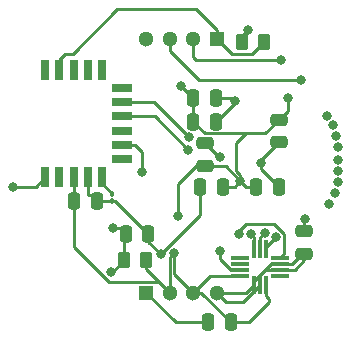
<source format=gbr>
G04 #@! TF.GenerationSoftware,KiCad,Pcbnew,7.0.8*
G04 #@! TF.CreationDate,2023-10-23T16:08:40-04:00*
G04 #@! TF.ProjectId,MCU+IMU,4d43552b-494d-4552-9e6b-696361645f70,rev?*
G04 #@! TF.SameCoordinates,Original*
G04 #@! TF.FileFunction,Copper,L2,Bot*
G04 #@! TF.FilePolarity,Positive*
%FSLAX46Y46*%
G04 Gerber Fmt 4.6, Leading zero omitted, Abs format (unit mm)*
G04 Created by KiCad (PCBNEW 7.0.8) date 2023-10-23 16:08:40*
%MOMM*%
%LPD*%
G01*
G04 APERTURE LIST*
G04 Aperture macros list*
%AMRoundRect*
0 Rectangle with rounded corners*
0 $1 Rounding radius*
0 $2 $3 $4 $5 $6 $7 $8 $9 X,Y pos of 4 corners*
0 Add a 4 corners polygon primitive as box body*
4,1,4,$2,$3,$4,$5,$6,$7,$8,$9,$2,$3,0*
0 Add four circle primitives for the rounded corners*
1,1,$1+$1,$2,$3*
1,1,$1+$1,$4,$5*
1,1,$1+$1,$6,$7*
1,1,$1+$1,$8,$9*
0 Add four rect primitives between the rounded corners*
20,1,$1+$1,$2,$3,$4,$5,0*
20,1,$1+$1,$4,$5,$6,$7,0*
20,1,$1+$1,$6,$7,$8,$9,0*
20,1,$1+$1,$8,$9,$2,$3,0*%
G04 Aperture macros list end*
G04 #@! TA.AperFunction,ComponentPad*
%ADD10C,1.300000*%
G04 #@! TD*
G04 #@! TA.AperFunction,ComponentPad*
%ADD11R,1.300000X1.300000*%
G04 #@! TD*
G04 #@! TA.AperFunction,SMDPad,CuDef*
%ADD12RoundRect,0.250000X-0.250000X-0.475000X0.250000X-0.475000X0.250000X0.475000X-0.250000X0.475000X0*%
G04 #@! TD*
G04 #@! TA.AperFunction,SMDPad,CuDef*
%ADD13RoundRect,0.100000X0.100000X-0.130000X0.100000X0.130000X-0.100000X0.130000X-0.100000X-0.130000X0*%
G04 #@! TD*
G04 #@! TA.AperFunction,SMDPad,CuDef*
%ADD14RoundRect,0.250000X-0.475000X0.250000X-0.475000X-0.250000X0.475000X-0.250000X0.475000X0.250000X0*%
G04 #@! TD*
G04 #@! TA.AperFunction,SMDPad,CuDef*
%ADD15R,1.533400X0.305480*%
G04 #@! TD*
G04 #@! TA.AperFunction,SMDPad,CuDef*
%ADD16R,1.533400X0.304800*%
G04 #@! TD*
G04 #@! TA.AperFunction,SMDPad,CuDef*
%ADD17R,0.350480X1.533400*%
G04 #@! TD*
G04 #@! TA.AperFunction,SMDPad,CuDef*
%ADD18R,1.533400X0.305048*%
G04 #@! TD*
G04 #@! TA.AperFunction,SMDPad,CuDef*
%ADD19R,0.305048X1.533400*%
G04 #@! TD*
G04 #@! TA.AperFunction,SMDPad,CuDef*
%ADD20RoundRect,0.250000X0.262500X0.450000X-0.262500X0.450000X-0.262500X-0.450000X0.262500X-0.450000X0*%
G04 #@! TD*
G04 #@! TA.AperFunction,SMDPad,CuDef*
%ADD21RoundRect,0.250000X0.475000X-0.250000X0.475000X0.250000X-0.475000X0.250000X-0.475000X-0.250000X0*%
G04 #@! TD*
G04 #@! TA.AperFunction,SMDPad,CuDef*
%ADD22RoundRect,0.250000X0.250000X0.475000X-0.250000X0.475000X-0.250000X-0.475000X0.250000X-0.475000X0*%
G04 #@! TD*
G04 #@! TA.AperFunction,SMDPad,CuDef*
%ADD23R,0.700000X1.800000*%
G04 #@! TD*
G04 #@! TA.AperFunction,SMDPad,CuDef*
%ADD24R,1.800000X0.700000*%
G04 #@! TD*
G04 #@! TA.AperFunction,SMDPad,CuDef*
%ADD25RoundRect,0.250000X-0.262500X-0.450000X0.262500X-0.450000X0.262500X0.450000X-0.262500X0.450000X0*%
G04 #@! TD*
G04 #@! TA.AperFunction,ViaPad*
%ADD26C,0.800000*%
G04 #@! TD*
G04 #@! TA.AperFunction,Conductor*
%ADD27C,0.250000*%
G04 #@! TD*
G04 APERTURE END LIST*
D10*
G04 #@! TO.P,J2,*
G04 #@! TO.N,GND*
X135750000Y-113500000D03*
G04 #@! TO.N,VDD*
X133750000Y-113500000D03*
X131750000Y-113500000D03*
D11*
G04 #@! TO.P,J2,1,Pin_1*
G04 #@! TO.N,GND*
X129750000Y-113500000D03*
G04 #@! TD*
G04 #@! TO.P,J1,1,Pin_1*
G04 #@! TO.N,GND*
X135750000Y-92000000D03*
D10*
G04 #@! TO.P,J1,2,Pin_2*
G04 #@! TO.N,/SWDIO*
X133750000Y-92000000D03*
G04 #@! TO.P,J1,3,Pin_3*
G04 #@! TO.N,/SWCLK*
X131750000Y-92000000D03*
G04 #@! TO.P,J1,4,Pin_4*
G04 #@! TO.N,unconnected-(J1-Pin_4-Pad4)*
X129750000Y-92000000D03*
G04 #@! TD*
D12*
G04 #@! TO.P,C2,1*
G04 #@! TO.N,VDD*
X133750000Y-99000000D03*
G04 #@! TO.P,C2,2*
G04 #@! TO.N,GND*
X135650000Y-99000000D03*
G04 #@! TD*
D13*
G04 #@! TO.P,D1,1,K*
G04 #@! TO.N,GND*
X126910700Y-105735789D03*
G04 #@! TO.P,D1,2,A*
G04 #@! TO.N,Net-(D1-A)*
X126910700Y-105095789D03*
G04 #@! TD*
D14*
G04 #@! TO.P,C8,2*
G04 #@! TO.N,GND*
X143160700Y-110185789D03*
G04 #@! TO.P,C8,1*
G04 #@! TO.N,VDD*
X143160700Y-108285789D03*
G04 #@! TD*
D15*
G04 #@! TO.P,U1,1,SDO/SA0*
G04 #@! TO.N,/I2C_SA0*
X141091800Y-110537700D03*
G04 #@! TO.P,U1,2,SDx/AH1/QVAR1*
G04 #@! TO.N,GND*
X141091800Y-111037826D03*
G04 #@! TO.P,U1,3,SCx/AH2/QVAR2*
X141091800Y-111537952D03*
D16*
G04 #@! TO.P,U1,4,INT1*
G04 #@! TO.N,unconnected-(U1-INT1-Pad4)*
X141091800Y-112038078D03*
D17*
G04 #@! TO.P,U1,5,VDD_IO*
G04 #@! TO.N,VDD*
X139910826Y-112814989D03*
G04 #@! TO.P,U1,6,GND*
G04 #@! TO.N,GND*
X139410700Y-112814989D03*
G04 #@! TO.P,U1,7,GND*
X138910574Y-112814989D03*
D18*
G04 #@! TO.P,U1,8,VDD*
G04 #@! TO.N,VDD*
X137729600Y-112038078D03*
G04 #@! TO.P,U1,9,INT2*
G04 #@! TO.N,unconnected-(U1-INT2-Pad9)*
X137729600Y-111537952D03*
G04 #@! TO.P,U1,10,OCS_AUX*
G04 #@! TO.N,unconnected-(U1-OCS_AUX-Pad10)*
X137729600Y-111037826D03*
G04 #@! TO.P,U1,11,SDO_AUX*
G04 #@! TO.N,unconnected-(U1-SDO_AUX-Pad11)*
X137729600Y-110537700D03*
D19*
G04 #@! TO.P,U1,12,CS*
G04 #@! TO.N,/IMU Comm En*
X138910574Y-109760789D03*
G04 #@! TO.P,U1,13,SCL*
G04 #@! TO.N,/I2C2_SCL*
X139410700Y-109760789D03*
G04 #@! TO.P,U1,14,SDA*
G04 #@! TO.N,/I2C2_SDA*
X139910826Y-109760789D03*
G04 #@! TD*
D20*
G04 #@! TO.P,R1,1*
G04 #@! TO.N,VDD*
X129750000Y-110750000D03*
G04 #@! TO.P,R1,2*
G04 #@! TO.N,/NRST*
X127925000Y-110750000D03*
G04 #@! TD*
D12*
G04 #@! TO.P,C5,2*
G04 #@! TO.N,GND*
X135650000Y-97000000D03*
G04 #@! TO.P,C5,1*
G04 #@! TO.N,VDD*
X133750000Y-97000000D03*
G04 #@! TD*
G04 #@! TO.P,C11,1*
G04 #@! TO.N,VDD*
X123685700Y-105760789D03*
G04 #@! TO.P,C11,2*
G04 #@! TO.N,GND*
X125585700Y-105760789D03*
G04 #@! TD*
D21*
G04 #@! TO.P,C1,1*
G04 #@! TO.N,VDD*
X134750000Y-102750000D03*
G04 #@! TO.P,C1,2*
G04 #@! TO.N,GND*
X134750000Y-100850000D03*
G04 #@! TD*
D12*
G04 #@! TO.P,C9,1*
G04 #@! TO.N,VDD*
X139100000Y-104500000D03*
G04 #@! TO.P,C9,2*
G04 #@! TO.N,GND*
X141000000Y-104500000D03*
G04 #@! TD*
D22*
G04 #@! TO.P,C10,1*
G04 #@! TO.N,VDD*
X136925000Y-116000000D03*
G04 #@! TO.P,C10,2*
G04 #@! TO.N,GND*
X135025000Y-116000000D03*
G04 #@! TD*
D14*
G04 #@! TO.P,C3,1*
G04 #@! TO.N,VDD*
X141000000Y-98850000D03*
G04 #@! TO.P,C3,2*
G04 #@! TO.N,GND*
X141000000Y-100750000D03*
G04 #@! TD*
D23*
G04 #@! TO.P,U3,1,BT_RF*
G04 #@! TO.N,unconnected-(U3-BT_RF-Pad1)*
X121225700Y-94610789D03*
G04 #@! TO.P,U3,2,GND*
G04 #@! TO.N,GND*
X122425700Y-94610789D03*
G04 #@! TO.P,U3,3,P1_2*
G04 #@! TO.N,unconnected-(U3-P1_2-Pad3)*
X123625700Y-94610789D03*
G04 #@! TO.P,U3,4,P1_3*
G04 #@! TO.N,unconnected-(U3-P1_3-Pad4)*
X124825700Y-94610789D03*
G04 #@! TO.P,U3,5,P1_7*
G04 #@! TO.N,unconnected-(U3-P1_7-Pad5)*
X126025700Y-94610789D03*
D24*
G04 #@! TO.P,U3,6,P1_6*
G04 #@! TO.N,unconnected-(U3-P1_6-Pad6)*
X127725700Y-96160789D03*
G04 #@! TO.P,U3,7,UART_RX*
G04 #@! TO.N,/USART1_TX*
X127725700Y-97360789D03*
G04 #@! TO.P,U3,8,UART_TX*
G04 #@! TO.N,/USART1_RX*
X127725700Y-98560789D03*
G04 #@! TO.P,U3,9,P3_6*
G04 #@! TO.N,unconnected-(U3-P3_6-Pad9)*
X127725700Y-99760789D03*
G04 #@! TO.P,U3,10,RST*
G04 #@! TO.N,/NRST*
X127725700Y-100960789D03*
G04 #@! TO.P,U3,11,P0_0*
G04 #@! TO.N,unconnected-(U3-P0_0-Pad11)*
X127725700Y-102160789D03*
D23*
G04 #@! TO.P,U3,12,P0_2*
G04 #@! TO.N,Net-(D1-A)*
X126025700Y-103710789D03*
G04 #@! TO.P,U3,13,GND*
G04 #@! TO.N,GND*
X124825700Y-103710789D03*
G04 #@! TO.P,U3,14,VBAT*
G04 #@! TO.N,VDD*
X123625700Y-103710789D03*
G04 #@! TO.P,U3,15,P2_7*
G04 #@! TO.N,unconnected-(U3-P2_7-Pad15)*
X122375700Y-103710789D03*
G04 #@! TO.P,U3,16,P2_0*
G04 #@! TO.N,unconnected-(U3-P2_0-Pad16)*
X121225700Y-103710789D03*
G04 #@! TD*
D22*
G04 #@! TO.P,C6,1*
G04 #@! TO.N,VDD*
X136250000Y-104500000D03*
G04 #@! TO.P,C6,2*
G04 #@! TO.N,GND*
X134350000Y-104500000D03*
G04 #@! TD*
D12*
G04 #@! TO.P,C4,1*
G04 #@! TO.N,/NRST*
X128025000Y-108500000D03*
G04 #@! TO.P,C4,2*
G04 #@! TO.N,GND*
X129925000Y-108500000D03*
G04 #@! TD*
D25*
G04 #@! TO.P,R2,1*
G04 #@! TO.N,/BOOT0*
X137910700Y-92260789D03*
G04 #@! TO.P,R2,2*
G04 #@! TO.N,GND*
X139735700Y-92260789D03*
G04 #@! TD*
D26*
G04 #@! TO.N,unconnected-(U1-INT2-Pad9)*
X136000000Y-110000000D03*
G04 #@! TO.N,unconnected-(U3-P2_0-Pad16)*
X118500000Y-104500000D03*
G04 #@! TO.N,/PB12*
X145250000Y-106000000D03*
G04 #@! TO.N,/PB13*
X145732370Y-105060011D03*
G04 #@! TO.N,/PB14*
X146000000Y-104149006D03*
G04 #@! TO.N,/PB15*
X146000000Y-103199503D03*
G04 #@! TO.N,/PA8*
X146000000Y-102250000D03*
G04 #@! TO.N,/PA9*
X146039068Y-101166609D03*
G04 #@! TO.N,/PA10*
X145822298Y-100242181D03*
G04 #@! TO.N,/PA11*
X145550690Y-99332355D03*
G04 #@! TO.N,/PA12*
X145052984Y-98523749D03*
G04 #@! TO.N,GND*
X131000000Y-110250000D03*
X137250000Y-97250000D03*
X136000000Y-102000000D03*
X139500000Y-102500000D03*
G04 #@! TO.N,/USART1_RX*
X133311667Y-101390899D03*
G04 #@! TO.N,/USART1_TX*
X133374492Y-100328298D03*
G04 #@! TO.N,VDD*
X132500000Y-107000000D03*
X132750000Y-96000000D03*
X137750000Y-104000000D03*
X143250000Y-107250000D03*
X141750000Y-97000000D03*
X132148056Y-110148056D03*
G04 #@! TO.N,/IMU Comm En*
X138660700Y-108510789D03*
G04 #@! TO.N,/NRST*
X129410700Y-103260789D03*
X127000000Y-108000000D03*
X126750000Y-111750000D03*
G04 #@! TO.N,/I2C2_SCL*
X139801004Y-108395084D03*
G04 #@! TO.N,/I2C2_SDA*
X140720749Y-108786333D03*
G04 #@! TO.N,/I2C_SA0*
X137660700Y-108510789D03*
G04 #@! TO.N,/SWDIO*
X141160700Y-93760789D03*
G04 #@! TO.N,/SWCLK*
X142910700Y-95510789D03*
G04 #@! TO.N,/BOOT0*
X138410700Y-91260789D03*
G04 #@! TD*
D27*
G04 #@! TO.N,unconnected-(U1-INT2-Pad9)*
X136000000Y-110616360D02*
X136000000Y-110000000D01*
X136921592Y-111537952D02*
X136000000Y-110616360D01*
X137729600Y-111537952D02*
X136921592Y-111537952D01*
G04 #@! TO.N,unconnected-(U3-P2_0-Pad16)*
X120436489Y-104500000D02*
X118500000Y-104500000D01*
X121225700Y-103710789D02*
X120436489Y-104500000D01*
G04 #@! TO.N,VDD*
X133750000Y-113500000D02*
X134425000Y-113500000D01*
X134425000Y-113500000D02*
X136925000Y-116000000D01*
G04 #@! TO.N,GND*
X134350000Y-106900000D02*
X131000000Y-110250000D01*
X137250000Y-97400000D02*
X135650000Y-99000000D01*
X126910700Y-105735789D02*
X127160789Y-105735789D01*
X141091800Y-111537952D02*
X142383537Y-111537952D01*
X122425700Y-94810789D02*
X122425700Y-93745789D01*
X142133663Y-111037826D02*
X143160700Y-110010789D01*
X139500000Y-103000000D02*
X139500000Y-102500000D01*
X127321489Y-89500000D02*
X134000000Y-89500000D01*
X126885700Y-105760789D02*
X126910700Y-105735789D01*
X142383537Y-111537952D02*
X143160700Y-110760789D01*
X139500000Y-102500000D02*
X139500000Y-102250000D01*
X138710700Y-93285789D02*
X139735700Y-92260789D01*
X130000000Y-113750000D02*
X129750000Y-113500000D01*
X136000000Y-102000000D02*
X135900000Y-102000000D01*
X123560700Y-93260789D02*
X127321489Y-89500000D01*
X135650000Y-99000000D02*
X135650000Y-98850000D01*
X135900000Y-102000000D02*
X134750000Y-100850000D01*
X135750000Y-113500000D02*
X138225563Y-113500000D01*
X139410700Y-111984265D02*
X140357139Y-111037826D01*
X141091800Y-111037826D02*
X142133663Y-111037826D01*
X139500000Y-102250000D02*
X141000000Y-100750000D01*
X135650000Y-97000000D02*
X137000000Y-97000000D01*
X143160700Y-110760789D02*
X143160700Y-110010789D01*
X122425700Y-93745789D02*
X122910700Y-93260789D01*
X140357139Y-111037826D02*
X141091800Y-111037826D01*
X122910700Y-93260789D02*
X123560700Y-93260789D01*
X139572483Y-111822483D02*
X139410700Y-111984265D01*
X138225563Y-113500000D02*
X138910574Y-112814989D01*
X137975689Y-114250000D02*
X136500000Y-114250000D01*
X134350000Y-104500000D02*
X134350000Y-106900000D01*
X129925000Y-108500000D02*
X129925000Y-109175000D01*
X135750000Y-91250000D02*
X134000000Y-89500000D01*
X136500000Y-114250000D02*
X135750000Y-113500000D01*
X141000000Y-104500000D02*
X139500000Y-103000000D01*
X138910574Y-112814989D02*
X138910574Y-112484392D01*
X135025000Y-116000000D02*
X132250000Y-116000000D01*
X138910574Y-112484392D02*
X139572483Y-111822483D01*
X125000700Y-105175789D02*
X124825700Y-105175789D01*
X129925000Y-109175000D02*
X131000000Y-110250000D01*
X124825700Y-103510789D02*
X124825700Y-105175789D01*
X125410700Y-105760789D02*
X126885700Y-105760789D01*
X137000000Y-97000000D02*
X137250000Y-97250000D01*
X127160789Y-105735789D02*
X129925000Y-108500000D01*
X139857013Y-111537952D02*
X139572483Y-111822483D01*
X125585700Y-105760789D02*
X125000700Y-105175789D01*
X141091800Y-111537952D02*
X139857013Y-111537952D01*
X135900000Y-97250000D02*
X135650000Y-97500000D01*
X135750000Y-92000000D02*
X137035789Y-93285789D01*
X139410700Y-112814989D02*
X139410700Y-111984265D01*
X139410700Y-112814989D02*
X137975689Y-114250000D01*
X135750000Y-92000000D02*
X135750000Y-91250000D01*
X137035789Y-93285789D02*
X138710700Y-93285789D01*
X137250000Y-97250000D02*
X137250000Y-97400000D01*
X129750000Y-113500000D02*
X132250000Y-116000000D01*
G04 #@! TO.N,/USART1_RX*
X127725700Y-98560789D02*
X130481557Y-98560789D01*
X130481557Y-98560789D02*
X133311667Y-101390899D01*
G04 #@! TO.N,/USART1_TX*
X130406983Y-97360789D02*
X133374492Y-100328298D01*
X127725700Y-97360789D02*
X130406983Y-97360789D01*
G04 #@! TO.N,Net-(D1-A)*
X126025700Y-104210789D02*
X126910700Y-105095789D01*
X126025700Y-103510789D02*
X126025700Y-104210789D01*
G04 #@! TO.N,VDD*
X134750000Y-100000000D02*
X138250000Y-100000000D01*
X139850000Y-100000000D02*
X141000000Y-98850000D01*
X141750000Y-98100000D02*
X141000000Y-98850000D01*
X137400000Y-103150000D02*
X137400000Y-100850000D01*
X133750000Y-99000000D02*
X134750000Y-100000000D01*
X139910826Y-112814989D02*
X139910826Y-113760915D01*
X137250000Y-104500000D02*
X136250000Y-104500000D01*
X133750000Y-99000000D02*
X133750000Y-97000000D01*
X123685700Y-109640295D02*
X123685700Y-105760789D01*
X140160700Y-114010789D02*
X140160700Y-114286094D01*
X132148056Y-110148056D02*
X132148056Y-111898056D01*
X132500000Y-104275000D02*
X132500000Y-107000000D01*
X132750000Y-96000000D02*
X133750000Y-97000000D01*
X134750000Y-102750000D02*
X134025000Y-102750000D01*
X137750000Y-104000000D02*
X138250000Y-104500000D01*
X136500000Y-102750000D02*
X137750000Y-104000000D01*
X136750000Y-116000000D02*
X138446794Y-116000000D01*
X137750000Y-104000000D02*
X137750000Y-103500000D01*
X123625700Y-105525789D02*
X123860700Y-105760789D01*
X138446794Y-116000000D02*
X140160700Y-114286094D01*
X126620405Y-112575000D02*
X123685700Y-109640295D01*
X138250000Y-104500000D02*
X139100000Y-104500000D01*
X137750000Y-103500000D02*
X137400000Y-103150000D01*
X130825000Y-112575000D02*
X126620405Y-112575000D01*
X131750000Y-110546112D02*
X131750000Y-113500000D01*
X143160700Y-108285789D02*
X143160700Y-107339300D01*
X123960700Y-105660789D02*
X123860700Y-105760789D01*
X131750000Y-113500000D02*
X130825000Y-112575000D01*
X138250000Y-100000000D02*
X139850000Y-100000000D01*
X141750000Y-97000000D02*
X141750000Y-98100000D01*
X132148056Y-110148056D02*
X131750000Y-110546112D01*
X137400000Y-100850000D02*
X138250000Y-100000000D01*
X135211922Y-112038078D02*
X133750000Y-113500000D01*
X129750000Y-111500000D02*
X130825000Y-112575000D01*
X123625700Y-103510789D02*
X123625700Y-105525789D01*
X132148056Y-111898056D02*
X133750000Y-113500000D01*
X129750000Y-110750000D02*
X129750000Y-111500000D01*
X137729600Y-112038078D02*
X135211922Y-112038078D01*
X143160700Y-107339300D02*
X143250000Y-107250000D01*
X137750000Y-104000000D02*
X137250000Y-104500000D01*
X134750000Y-102750000D02*
X136500000Y-102750000D01*
X139910826Y-113760915D02*
X140160700Y-114010789D01*
X134025000Y-102750000D02*
X132500000Y-104275000D01*
G04 #@! TO.N,/IMU Comm En*
X138910574Y-109760789D02*
X138910574Y-108760663D01*
X138910574Y-108760663D02*
X138660700Y-108510789D01*
G04 #@! TO.N,/NRST*
X126925000Y-111750000D02*
X127925000Y-110750000D01*
X127000000Y-108000000D02*
X127525000Y-108000000D01*
X126750000Y-111750000D02*
X126925000Y-111750000D01*
X127925000Y-108775000D02*
X128200000Y-108500000D01*
X127925000Y-108600000D02*
X128025000Y-108500000D01*
X129410700Y-101560789D02*
X129410700Y-103260789D01*
X127925000Y-110750000D02*
X127925000Y-108600000D01*
X128810700Y-100960789D02*
X129410700Y-101560789D01*
X127725700Y-100960789D02*
X128810700Y-100960789D01*
X127525000Y-108000000D02*
X128025000Y-108500000D01*
G04 #@! TO.N,/I2C2_SCL*
X139410700Y-108785388D02*
X139801004Y-108395084D01*
X139410700Y-109760789D02*
X139410700Y-108785388D01*
G04 #@! TO.N,/I2C2_SDA*
X139910826Y-109596256D02*
X140720749Y-108786333D01*
X139910826Y-109760789D02*
X139910826Y-109596256D01*
G04 #@! TO.N,/I2C_SA0*
X141445749Y-108486028D02*
X140629805Y-107670084D01*
X140629805Y-107670084D02*
X138251405Y-107670084D01*
X137660700Y-108260789D02*
X137660700Y-108510789D01*
X138251405Y-107670084D02*
X137660700Y-108260789D01*
X141445749Y-110183751D02*
X141445749Y-108486028D01*
X141091800Y-110537700D02*
X141445749Y-110183751D01*
G04 #@! TO.N,/SWDIO*
X133750000Y-93510789D02*
X134000000Y-93760789D01*
X133750000Y-92000000D02*
X133750000Y-93510789D01*
X134000000Y-93760789D02*
X141160700Y-93760789D01*
G04 #@! TO.N,/SWCLK*
X134265439Y-95510789D02*
X142910700Y-95510789D01*
X131750000Y-92000000D02*
X131750000Y-92995350D01*
X131750000Y-92995350D02*
X134265439Y-95510789D01*
G04 #@! TO.N,/BOOT0*
X137910700Y-92260789D02*
X137910700Y-91760789D01*
X137910700Y-91760789D02*
X138410700Y-91260789D01*
G04 #@! TD*
M02*

</source>
